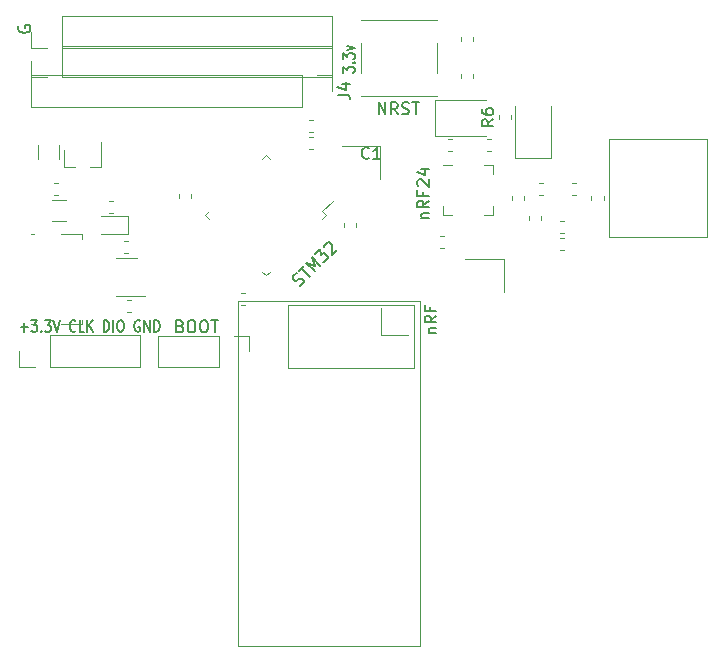
<source format=gbr>
%TF.GenerationSoftware,KiCad,Pcbnew,(5.1.6)-1*%
%TF.CreationDate,2020-09-08T20:54:55+07:00*%
%TF.ProjectId,RX_nrf24,52585f6e-7266-4323-942e-6b696361645f,rev?*%
%TF.SameCoordinates,Original*%
%TF.FileFunction,Legend,Top*%
%TF.FilePolarity,Positive*%
%FSLAX46Y46*%
G04 Gerber Fmt 4.6, Leading zero omitted, Abs format (unit mm)*
G04 Created by KiCad (PCBNEW (5.1.6)-1) date 2020-09-08 20:54:55*
%MOMM*%
%LPD*%
G01*
G04 APERTURE LIST*
%ADD10C,0.120000*%
%ADD11C,0.150000*%
%ADD12C,0.200000*%
G04 APERTURE END LIST*
D10*
%TO.C,C12*%
X191165000Y-94300000D02*
X191165000Y-98685000D01*
X191165000Y-98685000D02*
X194185000Y-98685000D01*
X194185000Y-98685000D02*
X194185000Y-94300000D01*
%TO.C,nRF*%
X182574000Y-111090000D02*
X182574000Y-111090000D01*
X171906000Y-111090000D02*
X182574000Y-111090000D01*
X183150000Y-110760000D02*
X183150000Y-110760000D01*
X167700000Y-110760000D02*
X183150000Y-110760000D01*
X167700000Y-139960000D02*
X167700000Y-110760000D01*
X183150000Y-139960000D02*
X167700000Y-139960000D01*
X183150000Y-110760000D02*
X183150000Y-139960000D01*
X179780000Y-111344000D02*
X179780000Y-111344000D01*
X179780000Y-113630000D02*
X179780000Y-111344000D01*
X182066000Y-113630000D02*
X179780000Y-113630000D01*
X171906000Y-111090000D02*
X171906000Y-111090000D01*
X171906000Y-116424000D02*
X171906000Y-111090000D01*
X182574000Y-116424000D02*
X171906000Y-116424000D01*
X182574000Y-111090000D02*
X182574000Y-116424000D01*
%TO.C,R3*%
X156748733Y-103350000D02*
X157091267Y-103350000D01*
X156748733Y-102330000D02*
X157091267Y-102330000D01*
%TO.C,C15*%
X168271267Y-111110000D02*
X167928733Y-111110000D01*
X168271267Y-110090000D02*
X167928733Y-110090000D01*
%TO.C,nRF24*%
X185795000Y-99295000D02*
X185070000Y-99295000D01*
X189290000Y-103515000D02*
X189290000Y-102790000D01*
X188565000Y-103515000D02*
X189290000Y-103515000D01*
X185070000Y-103515000D02*
X185070000Y-102790000D01*
X185795000Y-103515000D02*
X185070000Y-103515000D01*
X189290000Y-99295000D02*
X189290000Y-100020000D01*
X188565000Y-99295000D02*
X189290000Y-99295000D01*
%TO.C,8.2nH1*%
X191910000Y-101924721D02*
X191910000Y-102250279D01*
X190890000Y-101924721D02*
X190890000Y-102250279D01*
%TO.C,3.9nH1*%
X193187221Y-100810000D02*
X193512779Y-100810000D01*
X193187221Y-101830000D02*
X193512779Y-101830000D01*
%TO.C,2.7nH1*%
X193360000Y-103587221D02*
X193360000Y-103912779D01*
X192340000Y-103587221D02*
X192340000Y-103912779D01*
%TO.C,1pF3*%
X194952221Y-105480000D02*
X195277779Y-105480000D01*
X194952221Y-106500000D02*
X195277779Y-106500000D01*
%TO.C,1pF2*%
X198650000Y-101907221D02*
X198650000Y-102232779D01*
X197630000Y-101907221D02*
X197630000Y-102232779D01*
%TO.C,1pF1*%
X194952221Y-103990000D02*
X195277779Y-103990000D01*
X194952221Y-105010000D02*
X195277779Y-105010000D01*
%TO.C,1.5pF1*%
X196007221Y-100800000D02*
X196332779Y-100800000D01*
X196007221Y-101820000D02*
X196332779Y-101820000D01*
%TO.C,STM32*%
X174837113Y-103206802D02*
X175749281Y-102294634D01*
X175155311Y-103525000D02*
X174837113Y-103206802D01*
X174837113Y-103843198D02*
X175155311Y-103525000D01*
X170050000Y-108630311D02*
X169731802Y-108312113D01*
X170368198Y-108312113D02*
X170050000Y-108630311D01*
X170050000Y-98419689D02*
X170368198Y-98737887D01*
X169731802Y-98737887D02*
X170050000Y-98419689D01*
X164944689Y-103525000D02*
X165262887Y-103843198D01*
X165262887Y-103206802D02*
X164944689Y-103525000D01*
%TO.C,Y2*%
X190240000Y-107245000D02*
X186940000Y-107245000D01*
X190240000Y-110045000D02*
X190240000Y-107245000D01*
%TO.C,R1*%
X158662779Y-110740000D02*
X158337221Y-110740000D01*
X158662779Y-111760000D02*
X158337221Y-111760000D01*
%TO.C,C13*%
X158049721Y-106760000D02*
X158375279Y-106760000D01*
X158049721Y-105740000D02*
X158375279Y-105740000D01*
%TO.C,J4*%
X175700000Y-91670000D02*
X175700000Y-93000000D01*
X174370000Y-91670000D02*
X175700000Y-91670000D01*
X173100000Y-91670000D02*
X173100000Y-94330000D01*
X173100000Y-94330000D02*
X150180000Y-94330000D01*
X173100000Y-91670000D02*
X150180000Y-91670000D01*
X150180000Y-91670000D02*
X150180000Y-94330000D01*
%TO.C,C10*%
X162700000Y-102091267D02*
X162700000Y-101748733D01*
X163720000Y-102091267D02*
X163720000Y-101748733D01*
%TO.C,U2*%
X152940000Y-99470000D02*
X153870000Y-99470000D01*
X156100000Y-99470000D02*
X155170000Y-99470000D01*
X156100000Y-99470000D02*
X156100000Y-97310000D01*
X152940000Y-99470000D02*
X152940000Y-98010000D01*
%TO.C,J3*%
X207420000Y-97090000D02*
X207420000Y-105390000D01*
X199120000Y-97090000D02*
X199120000Y-105390000D01*
X207420000Y-105390000D02*
X199120000Y-105390000D01*
X207420000Y-97090000D02*
X199120000Y-97090000D01*
%TO.C,G*%
X175690000Y-89330000D02*
X175690000Y-86670000D01*
X152770000Y-89330000D02*
X175690000Y-89330000D01*
X152770000Y-86670000D02*
X175690000Y-86670000D01*
X152770000Y-89330000D02*
X152770000Y-86670000D01*
X151500000Y-89330000D02*
X150170000Y-89330000D01*
X150170000Y-89330000D02*
X150170000Y-88000000D01*
%TO.C,3.3v*%
X175690000Y-91830000D02*
X175690000Y-89170000D01*
X152770000Y-91830000D02*
X175690000Y-91830000D01*
X152770000Y-89170000D02*
X175690000Y-89170000D01*
X152770000Y-91830000D02*
X152770000Y-89170000D01*
X151500000Y-91830000D02*
X150170000Y-91830000D01*
X150170000Y-91830000D02*
X150170000Y-90500000D01*
%TO.C,R6*%
X189790000Y-95421267D02*
X189790000Y-95078733D01*
X190810000Y-95421267D02*
X190810000Y-95078733D01*
%TO.C,R2*%
X187610000Y-91553733D02*
X187610000Y-91896267D01*
X186590000Y-91553733D02*
X186590000Y-91896267D01*
%TO.C,C16*%
X188808733Y-97095000D02*
X189151267Y-97095000D01*
X188808733Y-98115000D02*
X189151267Y-98115000D01*
%TO.C,C14*%
X185851267Y-98115000D02*
X185508733Y-98115000D01*
X185851267Y-97095000D02*
X185508733Y-97095000D01*
%TO.C,C11*%
X173713733Y-95440000D02*
X174056267Y-95440000D01*
X173713733Y-96460000D02*
X174056267Y-96460000D01*
%TO.C,C8*%
X173713733Y-96940000D02*
X174056267Y-96940000D01*
X173713733Y-97960000D02*
X174056267Y-97960000D01*
%TO.C,C7*%
X177660000Y-104203733D02*
X177660000Y-104546267D01*
X176640000Y-104203733D02*
X176640000Y-104546267D01*
%TO.C,C6*%
X184818733Y-105320000D02*
X185161267Y-105320000D01*
X184818733Y-106340000D02*
X185161267Y-106340000D01*
%TO.C,C5*%
X152461267Y-101810000D02*
X152118733Y-101810000D01*
X152461267Y-100790000D02*
X152118733Y-100790000D01*
%TO.C,C3*%
X186590000Y-88796267D02*
X186590000Y-88453733D01*
X187610000Y-88796267D02*
X187610000Y-88453733D01*
%TO.C,C9*%
X152550000Y-97567936D02*
X152550000Y-98772064D01*
X150730000Y-97567936D02*
X150730000Y-98772064D01*
%TO.C,C4*%
X153162064Y-104040000D02*
X151957936Y-104040000D01*
X153162064Y-102220000D02*
X151957936Y-102220000D01*
%TO.C,J1*%
X154460000Y-112780000D02*
X154460000Y-112400000D01*
X150410000Y-112780000D02*
X150150000Y-112780000D01*
X154460000Y-112780000D02*
X152690000Y-112780000D01*
X154460000Y-105160000D02*
X154460000Y-105540000D01*
X152690000Y-105160000D02*
X154460000Y-105160000D01*
X150150000Y-105160000D02*
X150410000Y-105160000D01*
%TO.C,NRST*%
X178120000Y-93455000D02*
X184580000Y-93455000D01*
X178120000Y-88925000D02*
X178120000Y-91525000D01*
X178120000Y-86995000D02*
X184580000Y-86995000D01*
X184580000Y-88925000D02*
X184580000Y-91525000D01*
X178120000Y-87025000D02*
X178120000Y-86995000D01*
X178120000Y-93455000D02*
X178120000Y-93425000D01*
X184580000Y-93455000D02*
X184580000Y-93425000D01*
X184580000Y-86995000D02*
X184580000Y-87025000D01*
%TO.C,Y1*%
X179765000Y-97650000D02*
X176465000Y-97650000D01*
X179765000Y-100450000D02*
X179765000Y-97650000D01*
%TO.C,U1*%
X157350000Y-110360000D02*
X159800000Y-110360000D01*
X159150000Y-107140000D02*
X157350000Y-107140000D01*
%TO.C,+3.3V CLK DIO GND*%
X149150000Y-116370000D02*
X149150000Y-115040000D01*
X150480000Y-116370000D02*
X149150000Y-116370000D01*
X151750000Y-116370000D02*
X151750000Y-113710000D01*
X151750000Y-113710000D02*
X159430000Y-113710000D01*
X151750000Y-116370000D02*
X159430000Y-116370000D01*
X159430000Y-116370000D02*
X159430000Y-113710000D01*
%TO.C,BOOT*%
X168660000Y-113720000D02*
X168660000Y-115050000D01*
X167330000Y-113720000D02*
X168660000Y-113720000D01*
X166060000Y-113720000D02*
X166060000Y-116380000D01*
X166060000Y-116380000D02*
X160920000Y-116380000D01*
X166060000Y-113720000D02*
X160920000Y-113720000D01*
X160920000Y-113720000D02*
X160920000Y-116380000D01*
%TO.C,D1*%
X158355000Y-103635000D02*
X156070000Y-103635000D01*
X158355000Y-105105000D02*
X158355000Y-103635000D01*
X156070000Y-105105000D02*
X158355000Y-105105000D01*
%TO.C,C13*%
X184345000Y-96815000D02*
X188730000Y-96815000D01*
X184345000Y-93795000D02*
X184345000Y-96815000D01*
X188730000Y-93795000D02*
X184345000Y-93795000D01*
%TO.C,nRF*%
D11*
X183835714Y-113502857D02*
X184502380Y-113502857D01*
X183930952Y-113502857D02*
X183883333Y-113455238D01*
X183835714Y-113360000D01*
X183835714Y-113217142D01*
X183883333Y-113121904D01*
X183978571Y-113074285D01*
X184502380Y-113074285D01*
X184502380Y-112026666D02*
X184026190Y-112360000D01*
X184502380Y-112598095D02*
X183502380Y-112598095D01*
X183502380Y-112217142D01*
X183550000Y-112121904D01*
X183597619Y-112074285D01*
X183692857Y-112026666D01*
X183835714Y-112026666D01*
X183930952Y-112074285D01*
X183978571Y-112121904D01*
X184026190Y-112217142D01*
X184026190Y-112598095D01*
X183978571Y-111264761D02*
X183978571Y-111598095D01*
X184502380Y-111598095D02*
X183502380Y-111598095D01*
X183502380Y-111121904D01*
%TO.C,nRF24*%
X183215714Y-103775238D02*
X183882380Y-103775238D01*
X183310952Y-103775238D02*
X183263333Y-103727619D01*
X183215714Y-103632380D01*
X183215714Y-103489523D01*
X183263333Y-103394285D01*
X183358571Y-103346666D01*
X183882380Y-103346666D01*
X183882380Y-102299047D02*
X183406190Y-102632380D01*
X183882380Y-102870476D02*
X182882380Y-102870476D01*
X182882380Y-102489523D01*
X182930000Y-102394285D01*
X182977619Y-102346666D01*
X183072857Y-102299047D01*
X183215714Y-102299047D01*
X183310952Y-102346666D01*
X183358571Y-102394285D01*
X183406190Y-102489523D01*
X183406190Y-102870476D01*
X183358571Y-101537142D02*
X183358571Y-101870476D01*
X183882380Y-101870476D02*
X182882380Y-101870476D01*
X182882380Y-101394285D01*
X182977619Y-101060952D02*
X182930000Y-101013333D01*
X182882380Y-100918095D01*
X182882380Y-100680000D01*
X182930000Y-100584761D01*
X182977619Y-100537142D01*
X183072857Y-100489523D01*
X183168095Y-100489523D01*
X183310952Y-100537142D01*
X183882380Y-101108571D01*
X183882380Y-100489523D01*
X183215714Y-99632380D02*
X183882380Y-99632380D01*
X182834761Y-99870476D02*
X183549047Y-100108571D01*
X183549047Y-99489523D01*
%TO.C,STM32*%
X172923884Y-109496685D02*
X173058571Y-109429341D01*
X173226930Y-109260983D01*
X173260601Y-109159967D01*
X173260601Y-109092624D01*
X173226930Y-108991609D01*
X173159586Y-108924265D01*
X173058571Y-108890593D01*
X172991227Y-108890593D01*
X172890212Y-108924265D01*
X172721853Y-109025280D01*
X172620838Y-109058952D01*
X172553495Y-109058952D01*
X172452479Y-109025280D01*
X172385136Y-108957937D01*
X172351464Y-108856922D01*
X172351464Y-108789578D01*
X172385136Y-108688563D01*
X172553495Y-108520204D01*
X172688182Y-108452861D01*
X172856540Y-108217158D02*
X173260601Y-107813097D01*
X173765678Y-108722235D02*
X173058571Y-108015128D01*
X174203410Y-108284502D02*
X173496304Y-107577395D01*
X174237082Y-107846769D01*
X173967708Y-107105991D01*
X174674815Y-107813097D01*
X174237082Y-106836617D02*
X174674815Y-106398884D01*
X174708487Y-106903960D01*
X174809502Y-106802945D01*
X174910517Y-106769273D01*
X174977861Y-106769273D01*
X175078876Y-106802945D01*
X175247235Y-106971304D01*
X175280906Y-107072319D01*
X175280906Y-107139662D01*
X175247235Y-107240678D01*
X175045204Y-107442708D01*
X174944189Y-107476380D01*
X174876845Y-107476380D01*
X175011532Y-106196853D02*
X175011532Y-106129510D01*
X175045204Y-106028495D01*
X175213563Y-105860136D01*
X175314578Y-105826464D01*
X175381922Y-105826464D01*
X175482937Y-105860136D01*
X175550280Y-105927479D01*
X175617624Y-106062166D01*
X175617624Y-106870288D01*
X176055357Y-106432556D01*
%TO.C,C1*%
X178783333Y-98677142D02*
X178735714Y-98724761D01*
X178592857Y-98772380D01*
X178497619Y-98772380D01*
X178354761Y-98724761D01*
X178259523Y-98629523D01*
X178211904Y-98534285D01*
X178164285Y-98343809D01*
X178164285Y-98200952D01*
X178211904Y-98010476D01*
X178259523Y-97915238D01*
X178354761Y-97820000D01*
X178497619Y-97772380D01*
X178592857Y-97772380D01*
X178735714Y-97820000D01*
X178783333Y-97867619D01*
X179735714Y-98772380D02*
X179164285Y-98772380D01*
X179450000Y-98772380D02*
X179450000Y-97772380D01*
X179354761Y-97915238D01*
X179259523Y-98010476D01*
X179164285Y-98058095D01*
%TO.C,J4*%
X176152380Y-93333333D02*
X176866666Y-93333333D01*
X177009523Y-93380952D01*
X177104761Y-93476190D01*
X177152380Y-93619047D01*
X177152380Y-93714285D01*
X176485714Y-92428571D02*
X177152380Y-92428571D01*
X176104761Y-92666666D02*
X176819047Y-92904761D01*
X176819047Y-92285714D01*
%TO.C,G*%
D12*
X149160000Y-87508095D02*
X149112380Y-87603333D01*
X149112380Y-87746190D01*
X149160000Y-87889047D01*
X149255238Y-87984285D01*
X149350476Y-88031904D01*
X149540952Y-88079523D01*
X149683809Y-88079523D01*
X149874285Y-88031904D01*
X149969523Y-87984285D01*
X150064761Y-87889047D01*
X150112380Y-87746190D01*
X150112380Y-87650952D01*
X150064761Y-87508095D01*
X150017142Y-87460476D01*
X149683809Y-87460476D01*
X149683809Y-87650952D01*
%TO.C,3.3v*%
X176572380Y-91472857D02*
X176572380Y-90977619D01*
X176953333Y-91244285D01*
X176953333Y-91130000D01*
X177000952Y-91053809D01*
X177048571Y-91015714D01*
X177143809Y-90977619D01*
X177381904Y-90977619D01*
X177477142Y-91015714D01*
X177524761Y-91053809D01*
X177572380Y-91130000D01*
X177572380Y-91358571D01*
X177524761Y-91434761D01*
X177477142Y-91472857D01*
X177477142Y-90634761D02*
X177524761Y-90596666D01*
X177572380Y-90634761D01*
X177524761Y-90672857D01*
X177477142Y-90634761D01*
X177572380Y-90634761D01*
X176572380Y-90330000D02*
X176572380Y-89834761D01*
X176953333Y-90101428D01*
X176953333Y-89987142D01*
X177000952Y-89910952D01*
X177048571Y-89872857D01*
X177143809Y-89834761D01*
X177381904Y-89834761D01*
X177477142Y-89872857D01*
X177524761Y-89910952D01*
X177572380Y-89987142D01*
X177572380Y-90215714D01*
X177524761Y-90291904D01*
X177477142Y-90330000D01*
X176905714Y-89568095D02*
X177572380Y-89377619D01*
X176905714Y-89187142D01*
%TO.C,R6*%
D11*
X189322380Y-95416666D02*
X188846190Y-95750000D01*
X189322380Y-95988095D02*
X188322380Y-95988095D01*
X188322380Y-95607142D01*
X188370000Y-95511904D01*
X188417619Y-95464285D01*
X188512857Y-95416666D01*
X188655714Y-95416666D01*
X188750952Y-95464285D01*
X188798571Y-95511904D01*
X188846190Y-95607142D01*
X188846190Y-95988095D01*
X188322380Y-94559523D02*
X188322380Y-94750000D01*
X188370000Y-94845238D01*
X188417619Y-94892857D01*
X188560476Y-94988095D01*
X188750952Y-95035714D01*
X189131904Y-95035714D01*
X189227142Y-94988095D01*
X189274761Y-94940476D01*
X189322380Y-94845238D01*
X189322380Y-94654761D01*
X189274761Y-94559523D01*
X189227142Y-94511904D01*
X189131904Y-94464285D01*
X188893809Y-94464285D01*
X188798571Y-94511904D01*
X188750952Y-94559523D01*
X188703333Y-94654761D01*
X188703333Y-94845238D01*
X188750952Y-94940476D01*
X188798571Y-94988095D01*
X188893809Y-95035714D01*
%TO.C,NRST*%
X179607142Y-94972380D02*
X179607142Y-93972380D01*
X180178571Y-94972380D01*
X180178571Y-93972380D01*
X181226190Y-94972380D02*
X180892857Y-94496190D01*
X180654761Y-94972380D02*
X180654761Y-93972380D01*
X181035714Y-93972380D01*
X181130952Y-94020000D01*
X181178571Y-94067619D01*
X181226190Y-94162857D01*
X181226190Y-94305714D01*
X181178571Y-94400952D01*
X181130952Y-94448571D01*
X181035714Y-94496190D01*
X180654761Y-94496190D01*
X181607142Y-94924761D02*
X181750000Y-94972380D01*
X181988095Y-94972380D01*
X182083333Y-94924761D01*
X182130952Y-94877142D01*
X182178571Y-94781904D01*
X182178571Y-94686666D01*
X182130952Y-94591428D01*
X182083333Y-94543809D01*
X181988095Y-94496190D01*
X181797619Y-94448571D01*
X181702380Y-94400952D01*
X181654761Y-94353333D01*
X181607142Y-94258095D01*
X181607142Y-94162857D01*
X181654761Y-94067619D01*
X181702380Y-94020000D01*
X181797619Y-93972380D01*
X182035714Y-93972380D01*
X182178571Y-94020000D01*
X182464285Y-93972380D02*
X183035714Y-93972380D01*
X182750000Y-94972380D02*
X182750000Y-93972380D01*
%TO.C,+3.3V CLK DIO GND*%
D12*
X149293333Y-113031428D02*
X149902857Y-113031428D01*
X149598095Y-113412380D02*
X149598095Y-112650476D01*
X150207619Y-112412380D02*
X150702857Y-112412380D01*
X150436190Y-112793333D01*
X150550476Y-112793333D01*
X150626666Y-112840952D01*
X150664761Y-112888571D01*
X150702857Y-112983809D01*
X150702857Y-113221904D01*
X150664761Y-113317142D01*
X150626666Y-113364761D01*
X150550476Y-113412380D01*
X150321904Y-113412380D01*
X150245714Y-113364761D01*
X150207619Y-113317142D01*
X151045714Y-113317142D02*
X151083809Y-113364761D01*
X151045714Y-113412380D01*
X151007619Y-113364761D01*
X151045714Y-113317142D01*
X151045714Y-113412380D01*
X151350476Y-112412380D02*
X151845714Y-112412380D01*
X151579047Y-112793333D01*
X151693333Y-112793333D01*
X151769523Y-112840952D01*
X151807619Y-112888571D01*
X151845714Y-112983809D01*
X151845714Y-113221904D01*
X151807619Y-113317142D01*
X151769523Y-113364761D01*
X151693333Y-113412380D01*
X151464761Y-113412380D01*
X151388571Y-113364761D01*
X151350476Y-113317142D01*
X152074285Y-112412380D02*
X152340952Y-113412380D01*
X152607619Y-112412380D01*
X153940952Y-113317142D02*
X153902857Y-113364761D01*
X153788571Y-113412380D01*
X153712380Y-113412380D01*
X153598095Y-113364761D01*
X153521904Y-113269523D01*
X153483809Y-113174285D01*
X153445714Y-112983809D01*
X153445714Y-112840952D01*
X153483809Y-112650476D01*
X153521904Y-112555238D01*
X153598095Y-112460000D01*
X153712380Y-112412380D01*
X153788571Y-112412380D01*
X153902857Y-112460000D01*
X153940952Y-112507619D01*
X154664761Y-113412380D02*
X154283809Y-113412380D01*
X154283809Y-112412380D01*
X154931428Y-113412380D02*
X154931428Y-112412380D01*
X155388571Y-113412380D02*
X155045714Y-112840952D01*
X155388571Y-112412380D02*
X154931428Y-112983809D01*
X156340952Y-113412380D02*
X156340952Y-112412380D01*
X156531428Y-112412380D01*
X156645714Y-112460000D01*
X156721904Y-112555238D01*
X156760000Y-112650476D01*
X156798095Y-112840952D01*
X156798095Y-112983809D01*
X156760000Y-113174285D01*
X156721904Y-113269523D01*
X156645714Y-113364761D01*
X156531428Y-113412380D01*
X156340952Y-113412380D01*
X157140952Y-113412380D02*
X157140952Y-112412380D01*
X157674285Y-112412380D02*
X157826666Y-112412380D01*
X157902857Y-112460000D01*
X157979047Y-112555238D01*
X158017142Y-112745714D01*
X158017142Y-113079047D01*
X157979047Y-113269523D01*
X157902857Y-113364761D01*
X157826666Y-113412380D01*
X157674285Y-113412380D01*
X157598095Y-113364761D01*
X157521904Y-113269523D01*
X157483809Y-113079047D01*
X157483809Y-112745714D01*
X157521904Y-112555238D01*
X157598095Y-112460000D01*
X157674285Y-112412380D01*
X159388571Y-112460000D02*
X159312380Y-112412380D01*
X159198095Y-112412380D01*
X159083809Y-112460000D01*
X159007619Y-112555238D01*
X158969523Y-112650476D01*
X158931428Y-112840952D01*
X158931428Y-112983809D01*
X158969523Y-113174285D01*
X159007619Y-113269523D01*
X159083809Y-113364761D01*
X159198095Y-113412380D01*
X159274285Y-113412380D01*
X159388571Y-113364761D01*
X159426666Y-113317142D01*
X159426666Y-112983809D01*
X159274285Y-112983809D01*
X159769523Y-113412380D02*
X159769523Y-112412380D01*
X160226666Y-113412380D01*
X160226666Y-112412380D01*
X160607619Y-113412380D02*
X160607619Y-112412380D01*
X160798095Y-112412380D01*
X160912380Y-112460000D01*
X160988571Y-112555238D01*
X161026666Y-112650476D01*
X161064761Y-112840952D01*
X161064761Y-112983809D01*
X161026666Y-113174285D01*
X160988571Y-113269523D01*
X160912380Y-113364761D01*
X160798095Y-113412380D01*
X160607619Y-113412380D01*
%TO.C,BOOT*%
X162812857Y-112908571D02*
X162955714Y-112956190D01*
X163003333Y-113003809D01*
X163050952Y-113099047D01*
X163050952Y-113241904D01*
X163003333Y-113337142D01*
X162955714Y-113384761D01*
X162860476Y-113432380D01*
X162479523Y-113432380D01*
X162479523Y-112432380D01*
X162812857Y-112432380D01*
X162908095Y-112480000D01*
X162955714Y-112527619D01*
X163003333Y-112622857D01*
X163003333Y-112718095D01*
X162955714Y-112813333D01*
X162908095Y-112860952D01*
X162812857Y-112908571D01*
X162479523Y-112908571D01*
X163670000Y-112432380D02*
X163860476Y-112432380D01*
X163955714Y-112480000D01*
X164050952Y-112575238D01*
X164098571Y-112765714D01*
X164098571Y-113099047D01*
X164050952Y-113289523D01*
X163955714Y-113384761D01*
X163860476Y-113432380D01*
X163670000Y-113432380D01*
X163574761Y-113384761D01*
X163479523Y-113289523D01*
X163431904Y-113099047D01*
X163431904Y-112765714D01*
X163479523Y-112575238D01*
X163574761Y-112480000D01*
X163670000Y-112432380D01*
X164717619Y-112432380D02*
X164908095Y-112432380D01*
X165003333Y-112480000D01*
X165098571Y-112575238D01*
X165146190Y-112765714D01*
X165146190Y-113099047D01*
X165098571Y-113289523D01*
X165003333Y-113384761D01*
X164908095Y-113432380D01*
X164717619Y-113432380D01*
X164622380Y-113384761D01*
X164527142Y-113289523D01*
X164479523Y-113099047D01*
X164479523Y-112765714D01*
X164527142Y-112575238D01*
X164622380Y-112480000D01*
X164717619Y-112432380D01*
X165431904Y-112432380D02*
X166003333Y-112432380D01*
X165717619Y-113432380D02*
X165717619Y-112432380D01*
%TD*%
M02*

</source>
